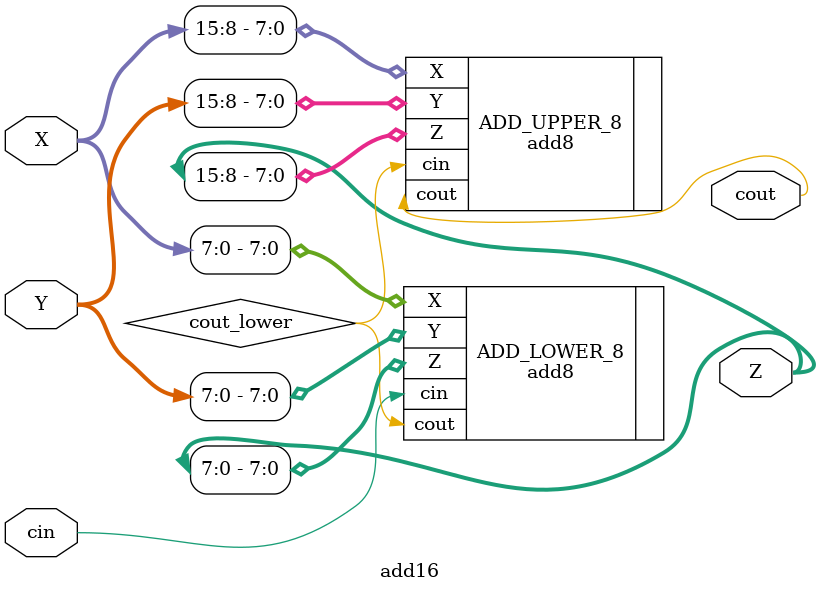
<source format=v>
`timescale 1ns / 1ps
`default_nettype none //helps catch typo-related bugs
module add16(X,Y,Z,cin,cout);

	//parameter definitions

	//port definitions - customize for different bit widths
	input  wire[15:0] X;
	input  wire[15:0] Y;
	output wire[15:0] Z;
	input  wire cin;
	output wire cout;
	
	wire cout_lower; 
	
	add8 ADD_LOWER_8(.X(X[7:0]), .Y(Y[7:0]), .Z(Z[7:0]), .cin(cin), .cout(cout_lower)); 
	add8 ADD_UPPER_8(.X(X[15:8]), .Y(Y[15:8]), .Z(Z[15:8]), .cin(cout_lower), .cout(cout));
	
endmodule
`default_nettype wire //some Xilinx IP requires that the default_nettype be set to wire

</source>
